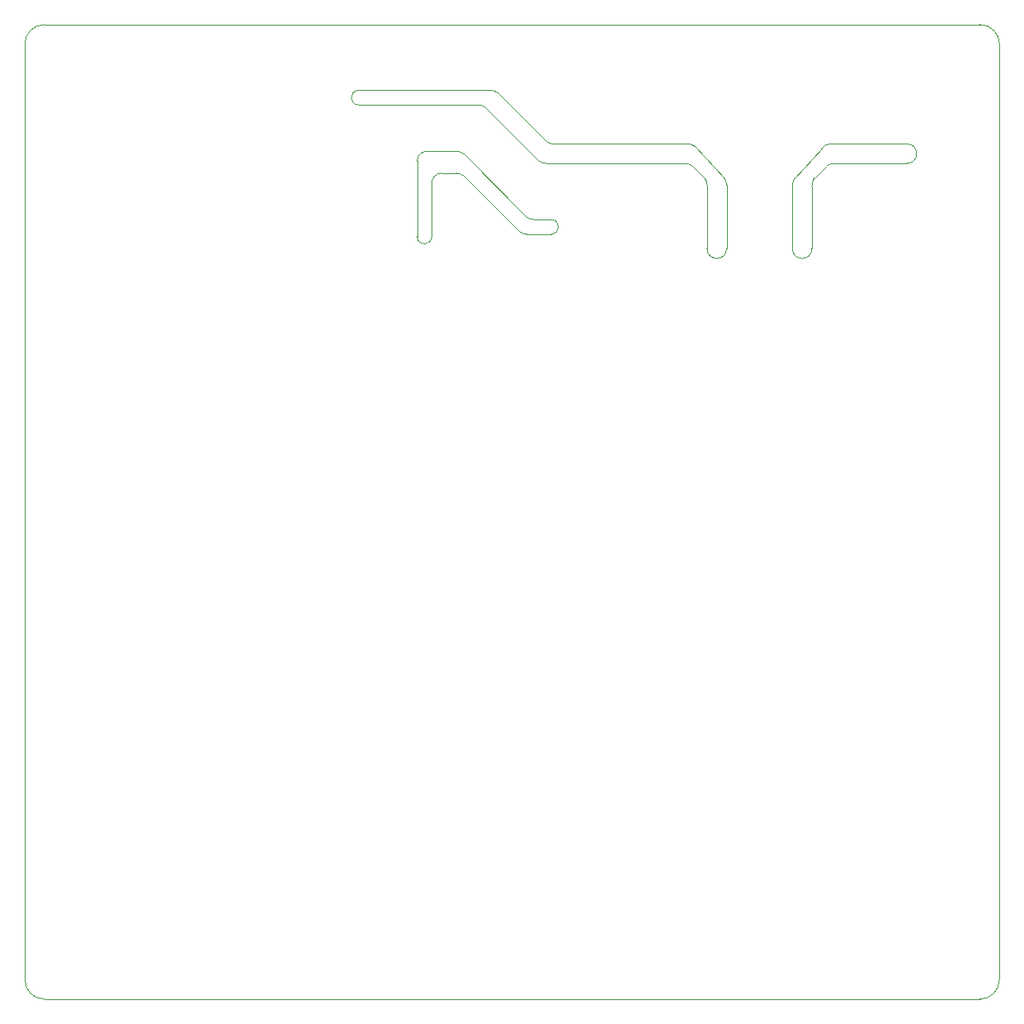
<source format=gbr>
%TF.GenerationSoftware,KiCad,Pcbnew,(5.99.0-2671-gfc0a358ba)*%
%TF.CreationDate,2020-09-06T03:18:24+05:30*%
%TF.ProjectId,Power_Supply,506f7765-725f-4537-9570-706c792e6b69,rev?*%
%TF.SameCoordinates,Original*%
%TF.FileFunction,Profile,NP*%
%FSLAX46Y46*%
G04 Gerber Fmt 4.6, Leading zero omitted, Abs format (unit mm)*
G04 Created by KiCad (PCBNEW (5.99.0-2671-gfc0a358ba)) date 2020-09-06 03:18:24*
%MOMM*%
%LPD*%
G01*
G04 APERTURE LIST*
%TA.AperFunction,Profile*%
%ADD10C,0.100000*%
%TD*%
G04 APERTURE END LIST*
D10*
X82000000Y-35000000D02*
X82000000Y-28457106D01*
X53750000Y-28250000D02*
G75*
G02*
X54750000Y-27250000I1000000J0D01*
G01*
X53750000Y-33750000D02*
X53750000Y-28250000D01*
X91000000Y-27750000D02*
G75*
G03*
X90750000Y-28582050I1259614J-832050D01*
G01*
X80500000Y-26500000D02*
X81750000Y-27750000D01*
X91000000Y-27750000D02*
X93750000Y-24750000D01*
X80750000Y-24500000D02*
G75*
G03*
X80000000Y-24250000I-750000J-1000000D01*
G01*
X102500000Y-26250000D02*
X95050000Y-26250000D01*
X62750000Y-33250000D02*
G75*
G03*
X63500000Y-33500000I750000J1000000D01*
G01*
X112000000Y-14000000D02*
X112000000Y-110000000D01*
X60500000Y-19000000D02*
X65500000Y-24000000D01*
X57000000Y-27500000D02*
X62750000Y-33250000D01*
X83750000Y-27750000D02*
G75*
G02*
X84000000Y-28457106I-874998J-707106D01*
G01*
X12000000Y-110000000D02*
X12000000Y-14000000D01*
X81750000Y-27750000D02*
G75*
G02*
X82000000Y-28457106I-874998J-707106D01*
G01*
X92750000Y-35000000D02*
G75*
G02*
X90750000Y-35000000I-1000000J0D01*
G01*
X64250000Y-32000000D02*
X66000000Y-32000000D01*
X54750000Y-27250000D02*
X56250000Y-27250000D01*
X58500000Y-20250000D02*
X46250000Y-20250000D01*
X84000000Y-35000000D02*
G75*
G02*
X82000000Y-35000000I-1000000J0D01*
G01*
X80000000Y-24250000D02*
X72250000Y-24250000D01*
X12000000Y-14000000D02*
G75*
G02*
X14000000Y-12000000I2000000J0D01*
G01*
X92750000Y-28582050D02*
X92750000Y-35000000D01*
X84000000Y-28457106D02*
X84000000Y-35000000D01*
X65500000Y-24000000D02*
G75*
G03*
X66250000Y-24250000I750000J1000000D01*
G01*
X94250000Y-26500000D02*
G75*
G02*
X95050000Y-26250000I800000J-1155000D01*
G01*
X57000000Y-27500000D02*
G75*
G03*
X56250000Y-27250000I-750000J-1000000D01*
G01*
X64750000Y-26000000D02*
X59250000Y-20500000D01*
X110000000Y-12000000D02*
G75*
G02*
X112000000Y-14000000I0J-2000000D01*
G01*
X59250000Y-20500000D02*
G75*
G03*
X58500000Y-20250000I-750000J-1000000D01*
G01*
X94644427Y-24250000D02*
X102500000Y-24250000D01*
X102500000Y-24250000D02*
G75*
G02*
X102500000Y-26250000I0J-1000000D01*
G01*
X72250000Y-26250000D02*
X79750000Y-26250000D01*
X64750000Y-26000000D02*
G75*
G03*
X65500000Y-26250000I750000J1000000D01*
G01*
X66000000Y-33500000D02*
X63500000Y-33500000D01*
X46250000Y-20250000D02*
G75*
G02*
X46250000Y-18750000I0J750000D01*
G01*
X14000000Y-12000000D02*
X110000000Y-12000000D01*
X94250000Y-26500000D02*
X93000000Y-27750000D01*
X53250000Y-25000000D02*
X56250000Y-25000000D01*
X14000000Y-112000000D02*
G75*
G02*
X12000000Y-110000000I0J2000000D01*
G01*
X57000000Y-25250000D02*
G75*
G03*
X56250000Y-25000000I-750000J-1000000D01*
G01*
X52250000Y-26000000D02*
X52250000Y-33750000D01*
X66250000Y-24250000D02*
X72250000Y-24250000D01*
X110000000Y-112000000D02*
X14000000Y-112000000D01*
X80500000Y-26500000D02*
G75*
G03*
X79750000Y-26250000I-750000J-1000000D01*
G01*
X90750000Y-35000000D02*
X90750000Y-28582050D01*
X93000000Y-27750000D02*
G75*
G03*
X92750000Y-28582050I1259614J-832050D01*
G01*
X93750000Y-24750000D02*
G75*
G02*
X94644427Y-24250000I894427J-549999D01*
G01*
X66000000Y-32000000D02*
G75*
G02*
X66000000Y-33500000I0J-750000D01*
G01*
X63500000Y-31750000D02*
G75*
G03*
X64250000Y-32000000I750000J1000000D01*
G01*
X83750000Y-27750000D02*
X80750000Y-24500000D01*
X53250000Y-25000000D02*
G75*
G03*
X52250000Y-26000000I0J-1000000D01*
G01*
X46250000Y-18750000D02*
X59779858Y-18742535D01*
X60500000Y-19000000D02*
G75*
G03*
X59779858Y-18742535I-720142J-878403D01*
G01*
X53750000Y-33750000D02*
G75*
G02*
X52250000Y-33750000I-750000J0D01*
G01*
X57000000Y-25250000D02*
X63500000Y-31750000D01*
X112000000Y-110000000D02*
G75*
G02*
X110000000Y-112000000I-2000000J0D01*
G01*
X72250000Y-26250000D02*
X65500000Y-26250000D01*
M02*

</source>
